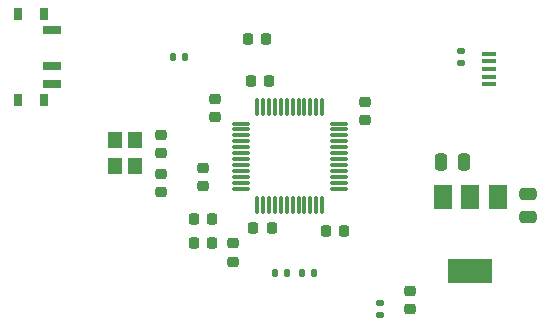
<source format=gbr>
%TF.GenerationSoftware,KiCad,Pcbnew,(6.0.8)*%
%TF.CreationDate,2023-08-22T19:06:44+05:30*%
%TF.ProjectId,stmwork,73746d77-6f72-46b2-9e6b-696361645f70,v1*%
%TF.SameCoordinates,Original*%
%TF.FileFunction,Paste,Top*%
%TF.FilePolarity,Positive*%
%FSLAX46Y46*%
G04 Gerber Fmt 4.6, Leading zero omitted, Abs format (unit mm)*
G04 Created by KiCad (PCBNEW (6.0.8)) date 2023-08-22 19:06:44*
%MOMM*%
%LPD*%
G01*
G04 APERTURE LIST*
G04 Aperture macros list*
%AMRoundRect*
0 Rectangle with rounded corners*
0 $1 Rounding radius*
0 $2 $3 $4 $5 $6 $7 $8 $9 X,Y pos of 4 corners*
0 Add a 4 corners polygon primitive as box body*
4,1,4,$2,$3,$4,$5,$6,$7,$8,$9,$2,$3,0*
0 Add four circle primitives for the rounded corners*
1,1,$1+$1,$2,$3*
1,1,$1+$1,$4,$5*
1,1,$1+$1,$6,$7*
1,1,$1+$1,$8,$9*
0 Add four rect primitives between the rounded corners*
20,1,$1+$1,$2,$3,$4,$5,0*
20,1,$1+$1,$4,$5,$6,$7,0*
20,1,$1+$1,$6,$7,$8,$9,0*
20,1,$1+$1,$8,$9,$2,$3,0*%
G04 Aperture macros list end*
%ADD10R,0.800000X1.000000*%
%ADD11R,1.500000X0.700000*%
%ADD12RoundRect,0.225000X-0.250000X0.225000X-0.250000X-0.225000X0.250000X-0.225000X0.250000X0.225000X0*%
%ADD13RoundRect,0.225000X0.250000X-0.225000X0.250000X0.225000X-0.250000X0.225000X-0.250000X-0.225000X0*%
%ADD14RoundRect,0.135000X-0.135000X-0.185000X0.135000X-0.185000X0.135000X0.185000X-0.135000X0.185000X0*%
%ADD15RoundRect,0.250000X-0.250000X-0.475000X0.250000X-0.475000X0.250000X0.475000X-0.250000X0.475000X0*%
%ADD16RoundRect,0.225000X0.225000X0.250000X-0.225000X0.250000X-0.225000X-0.250000X0.225000X-0.250000X0*%
%ADD17RoundRect,0.250000X0.475000X-0.250000X0.475000X0.250000X-0.475000X0.250000X-0.475000X-0.250000X0*%
%ADD18RoundRect,0.075000X-0.662500X-0.075000X0.662500X-0.075000X0.662500X0.075000X-0.662500X0.075000X0*%
%ADD19RoundRect,0.075000X-0.075000X-0.662500X0.075000X-0.662500X0.075000X0.662500X-0.075000X0.662500X0*%
%ADD20R,1.500000X2.000000*%
%ADD21R,3.800000X2.000000*%
%ADD22RoundRect,0.218750X0.256250X-0.218750X0.256250X0.218750X-0.256250X0.218750X-0.256250X-0.218750X0*%
%ADD23RoundRect,0.225000X-0.225000X-0.250000X0.225000X-0.250000X0.225000X0.250000X-0.225000X0.250000X0*%
%ADD24RoundRect,0.135000X-0.185000X0.135000X-0.185000X-0.135000X0.185000X-0.135000X0.185000X0.135000X0*%
%ADD25R,1.300000X0.450000*%
%ADD26R,1.200000X1.400000*%
G04 APERTURE END LIST*
D10*
%TO.C,SW1*%
X112540000Y-64610000D03*
X110330000Y-64610000D03*
X112540000Y-57310000D03*
X110330000Y-57310000D03*
D11*
X113190000Y-58710000D03*
X113190000Y-61710000D03*
X113190000Y-63210000D03*
%TD*%
D12*
%TO.C,C8*%
X139700000Y-64757000D03*
X139700000Y-66307000D03*
%TD*%
D13*
%TO.C,C6*%
X122428000Y-69114000D03*
X122428000Y-67564000D03*
%TD*%
D14*
%TO.C,R2*%
X132076000Y-79248000D03*
X133096000Y-79248000D03*
%TD*%
D15*
%TO.C,C1*%
X146182000Y-69850000D03*
X148082000Y-69850000D03*
%TD*%
D14*
%TO.C,R3*%
X134364000Y-79248000D03*
X135384000Y-79248000D03*
%TD*%
%TO.C,R4*%
X123442000Y-60960000D03*
X124462000Y-60960000D03*
%TD*%
D16*
%TO.C,C7*%
X137935000Y-75692000D03*
X136385000Y-75692000D03*
%TD*%
D17*
%TO.C,C2*%
X153543000Y-74483000D03*
X153543000Y-72583000D03*
%TD*%
D12*
%TO.C,C9*%
X122428000Y-70853000D03*
X122428000Y-72403000D03*
%TD*%
D13*
%TO.C,C5*%
X127000000Y-66040000D03*
X127000000Y-64490000D03*
%TD*%
D18*
%TO.C,U2*%
X129187500Y-66592000D03*
X129187500Y-67092000D03*
X129187500Y-67592000D03*
X129187500Y-68092000D03*
X129187500Y-68592000D03*
X129187500Y-69092000D03*
X129187500Y-69592000D03*
X129187500Y-70092000D03*
X129187500Y-70592000D03*
X129187500Y-71092000D03*
X129187500Y-71592000D03*
X129187500Y-72092000D03*
D19*
X130600000Y-73504500D03*
X131100000Y-73504500D03*
X131600000Y-73504500D03*
X132100000Y-73504500D03*
X132600000Y-73504500D03*
X133100000Y-73504500D03*
X133600000Y-73504500D03*
X134100000Y-73504500D03*
X134600000Y-73504500D03*
X135100000Y-73504500D03*
X135600000Y-73504500D03*
X136100000Y-73504500D03*
D18*
X137512500Y-72092000D03*
X137512500Y-71592000D03*
X137512500Y-71092000D03*
X137512500Y-70592000D03*
X137512500Y-70092000D03*
X137512500Y-69592000D03*
X137512500Y-69092000D03*
X137512500Y-68592000D03*
X137512500Y-68092000D03*
X137512500Y-67592000D03*
X137512500Y-67092000D03*
X137512500Y-66592000D03*
D19*
X136100000Y-65179500D03*
X135600000Y-65179500D03*
X135100000Y-65179500D03*
X134600000Y-65179500D03*
X134100000Y-65179500D03*
X133600000Y-65179500D03*
X133100000Y-65179500D03*
X132600000Y-65179500D03*
X132100000Y-65179500D03*
X131600000Y-65179500D03*
X131100000Y-65179500D03*
X130600000Y-65179500D03*
%TD*%
D13*
%TO.C,C11*%
X125984000Y-71895000D03*
X125984000Y-70345000D03*
%TD*%
D20*
%TO.C,U1*%
X150956000Y-72796000D03*
X148656000Y-72796000D03*
D21*
X148656000Y-79096000D03*
D20*
X146356000Y-72796000D03*
%TD*%
D22*
%TO.C,D1*%
X143510000Y-82321500D03*
X143510000Y-80746500D03*
%TD*%
D23*
%TO.C,C3*%
X129781000Y-59436000D03*
X131331000Y-59436000D03*
%TD*%
D24*
%TO.C,R1*%
X140970000Y-81786000D03*
X140970000Y-82806000D03*
%TD*%
D25*
%TO.C,J3*%
X150253000Y-63281000D03*
X150253000Y-62631000D03*
X150253000Y-61981000D03*
X150253000Y-61331000D03*
X150253000Y-60681000D03*
%TD*%
D23*
%TO.C,C10*%
X130048000Y-62992000D03*
X131598000Y-62992000D03*
%TD*%
%TO.C,C4*%
X130276000Y-75438000D03*
X131826000Y-75438000D03*
%TD*%
D24*
%TO.C,R5*%
X147828000Y-60450000D03*
X147828000Y-61470000D03*
%TD*%
D16*
%TO.C,C13*%
X126759000Y-76708000D03*
X125209000Y-76708000D03*
%TD*%
D26*
%TO.C,Y1*%
X118530000Y-67988000D03*
X118530000Y-70188000D03*
X120230000Y-70188000D03*
X120230000Y-67988000D03*
%TD*%
D16*
%TO.C,C12*%
X126759000Y-74676000D03*
X125209000Y-74676000D03*
%TD*%
D22*
%TO.C,FB1*%
X128524000Y-78283000D03*
X128524000Y-76708000D03*
%TD*%
M02*

</source>
